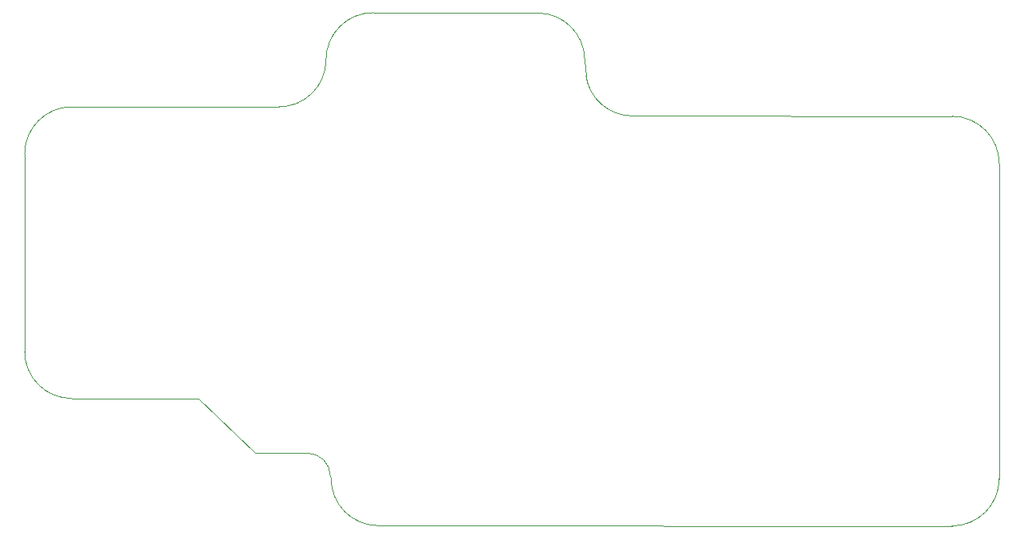
<source format=gbr>
%TF.GenerationSoftware,KiCad,Pcbnew,9.0.6*%
%TF.CreationDate,2025-11-30T22:40:07-05:00*%
%TF.ProjectId,BMO_Controller_PCB,424d4f5f-436f-46e7-9472-6f6c6c65725f,rev?*%
%TF.SameCoordinates,Original*%
%TF.FileFunction,Profile,NP*%
%FSLAX46Y46*%
G04 Gerber Fmt 4.6, Leading zero omitted, Abs format (unit mm)*
G04 Created by KiCad (PCBNEW 9.0.6) date 2025-11-30 22:40:07*
%MOMM*%
%LPD*%
G01*
G04 APERTURE LIST*
%TA.AperFunction,Profile*%
%ADD10C,0.050000*%
%TD*%
G04 APERTURE END LIST*
D10*
X183961584Y-115499965D02*
X183961584Y-115499998D01*
X117964211Y-110196998D02*
X118035538Y-110464484D01*
X144964467Y-66035520D02*
X145093725Y-67725102D01*
X183969736Y-72000005D02*
X150030264Y-71964461D01*
X150030264Y-71964461D02*
G75*
G02*
X145093727Y-67725102I5236J4999961D01*
G01*
X110000000Y-107765568D02*
X104000000Y-101964466D01*
X115500000Y-107765569D02*
X110000000Y-107765568D01*
X90500000Y-101964466D02*
X104000000Y-101964466D01*
X115500000Y-107765569D02*
G75*
G02*
X117964210Y-110196998I0J-2464431D01*
G01*
X85500000Y-76000000D02*
X85500000Y-96964466D01*
X122520661Y-61000042D02*
X139985161Y-61035576D01*
X90500000Y-71000000D02*
X112500000Y-71000000D01*
X117500000Y-66000000D02*
G75*
G02*
X112500000Y-71000000I-5000000J0D01*
G01*
X123032584Y-115464463D02*
X183961584Y-115499998D01*
X123032584Y-115464463D02*
G75*
G02*
X118035536Y-110464484I2916J4999963D01*
G01*
X139985161Y-61035576D02*
G75*
G02*
X144964467Y-66035520I-20661J-4999924D01*
G01*
X117500000Y-66000000D02*
G75*
G02*
X122520661Y-61000043I5000000J0D01*
G01*
X90500000Y-101964466D02*
G75*
G02*
X85500034Y-96964466I0J4999966D01*
G01*
X188964466Y-77017888D02*
X188964466Y-110500000D01*
X188964466Y-110500000D02*
G75*
G02*
X183961584Y-115499965I-4999966J0D01*
G01*
X183969736Y-72000005D02*
G75*
G02*
X188964466Y-77017888I-5336J-5000095D01*
G01*
X85500000Y-76000000D02*
G75*
G02*
X90500000Y-71000000I5000000J0D01*
G01*
M02*

</source>
